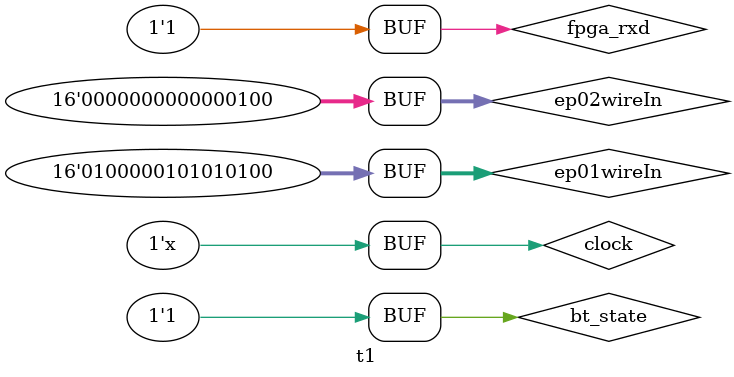
<source format=v>
`timescale 1us / 1ps


module t1;

	// Inputs
	reg clock;
	reg bt_state;
	reg fpga_rxd;
	reg [15:0] ep01wireIn;
	reg [15:0] ep02wireIn;

	// Outputs
	wire bt_enable;
	wire fpga_txd;
	wire [15:0] ep20wireOut;
	wire [15:0] ep21wireOut;
	wire [15:0] ep22wireOut;
	wire [15:0] ep23wireOut;
	wire [15:0] ep24wireOut;
	wire [15:0] ep25wireOut;
	wire [15:0] ep26wireOut;
	wire [15:0] ep27wireOut;
	wire [15:0] ep28wireOut;
	wire [15:0] ep29wireOut;
	wire [15:0] ep30wireOut;

	// Instantiate the Unit Under Test (UUT)
	FPGA_Bluetooth_connection uut (
		.clock(clock), 
		.bt_state(bt_state), 
		.bt_enable(bt_enable), 
		.fpga_txd(fpga_txd), 
		.fpga_rxd(fpga_rxd), 
		.ep01wireIn(ep01wireIn), 
		.ep02wireIn(ep02wireIn),
		.ep20wireOut(ep20wireOut), 
		.ep21wireOut(ep21wireOut),
		.ep22wireOut(ep22wireOut),
		.ep23wireOut(ep23wireOut),
		.ep24wireOut(ep24wireOut), 
		.ep25wireOut(ep25wireOut),
		.ep26wireOut(ep26wireOut),
		.ep27wireOut(ep27wireOut),
		.ep28wireOut(ep28wireOut),
		.ep29wireOut(ep29wireOut),
		.ep30wireOut(ep30wireOut)
	);
	
	always begin
		#1 clock = !clock;
	end

	initial begin
		// Initialize Inputs
		clock = 0;
		bt_state = 0;
		fpga_rxd = 1;
		ep01wireIn = 0;
		ep02wireIn = 0;

		// Wait 100 us for global reset to finish
		#100;
        
		// Add stimulus here
		#0 ep02wireIn = 16'h0001;
		#100 ep01wireIn = "AT";
		#100 ep02wireIn = 16'h0004;
		#300 bt_state = 1;
	end
	
endmodule


</source>
